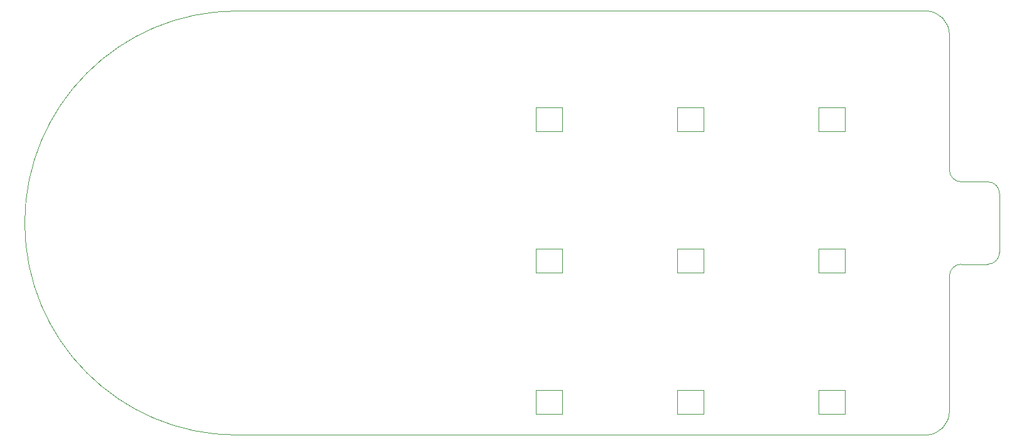
<source format=gm1>
G04 #@! TF.GenerationSoftware,KiCad,Pcbnew,7.0.1*
G04 #@! TF.CreationDate,2023-04-28T03:37:43-07:00*
G04 #@! TF.ProjectId,jam-pad,6a616d2d-7061-4642-9e6b-696361645f70,rev?*
G04 #@! TF.SameCoordinates,Original*
G04 #@! TF.FileFunction,Profile,NP*
%FSLAX46Y46*%
G04 Gerber Fmt 4.6, Leading zero omitted, Abs format (unit mm)*
G04 Created by KiCad (PCBNEW 7.0.1) date 2023-04-28 03:37:43*
%MOMM*%
%LPD*%
G01*
G04 APERTURE LIST*
G04 #@! TA.AperFunction,Profile*
%ADD10C,0.100000*%
G04 #@! TD*
G04 #@! TA.AperFunction,Profile*
%ADD11C,0.120000*%
G04 #@! TD*
G04 APERTURE END LIST*
D10*
X156368750Y-28575000D02*
X156368750Y-46831250D01*
X161528125Y-59531250D02*
X157956267Y-59531250D01*
X60325000Y-25400000D02*
G75*
G03*
X60325000Y-82550000I0J-28575000D01*
G01*
X156368750Y-46831250D02*
G75*
G03*
X157956267Y-48418750I1587550J50D01*
G01*
X156368700Y-28575000D02*
G75*
G03*
X153193750Y-25400000I-3175000J0D01*
G01*
X156368750Y-61118750D02*
X156368750Y-79375000D01*
X157956250Y-59531250D02*
G75*
G03*
X156368750Y-61118750I50J-1587550D01*
G01*
X157956267Y-48418750D02*
X161528325Y-48418750D01*
X163115625Y-50006250D02*
X163115625Y-57943750D01*
X163115850Y-50006250D02*
G75*
G03*
X161528325Y-48418750I-1587750J-250D01*
G01*
X161528125Y-59531225D02*
G75*
G03*
X163115625Y-57943750I-25J1587525D01*
G01*
X60325000Y-25400000D02*
X153193750Y-25400000D01*
X153193750Y-82550000D02*
X60325000Y-82550000D01*
X153193750Y-82550050D02*
G75*
G03*
X156368750Y-79375000I-50J3175050D01*
G01*
D11*
G04 #@! TO.C,SW4*
X104193750Y-57455000D02*
X100593750Y-57455000D01*
X100593750Y-57455000D02*
X100593750Y-60655000D01*
X100593750Y-60655000D02*
X104193750Y-60655000D01*
X104193750Y-60655000D02*
X104193750Y-57455000D01*
G04 #@! TO.C,SW9*
X142293750Y-76505000D02*
X138693750Y-76505000D01*
X138693750Y-76505000D02*
X138693750Y-79705000D01*
X138693750Y-79705000D02*
X142293750Y-79705000D01*
X142293750Y-79705000D02*
X142293750Y-76505000D01*
G04 #@! TO.C,SW5*
X123243750Y-57455000D02*
X119643750Y-57455000D01*
X119643750Y-57455000D02*
X119643750Y-60655000D01*
X119643750Y-60655000D02*
X123243750Y-60655000D01*
X123243750Y-60655000D02*
X123243750Y-57455000D01*
G04 #@! TO.C,SW7*
X104193750Y-76505000D02*
X100593750Y-76505000D01*
X100593750Y-76505000D02*
X100593750Y-79705000D01*
X100593750Y-79705000D02*
X104193750Y-79705000D01*
X104193750Y-79705000D02*
X104193750Y-76505000D01*
G04 #@! TO.C,SW8*
X123243750Y-76505000D02*
X119643750Y-76505000D01*
X119643750Y-76505000D02*
X119643750Y-79705000D01*
X119643750Y-79705000D02*
X123243750Y-79705000D01*
X123243750Y-79705000D02*
X123243750Y-76505000D01*
G04 #@! TO.C,SW6*
X142293750Y-57455000D02*
X138693750Y-57455000D01*
X138693750Y-57455000D02*
X138693750Y-60655000D01*
X138693750Y-60655000D02*
X142293750Y-60655000D01*
X142293750Y-60655000D02*
X142293750Y-57455000D01*
G04 #@! TO.C,SW1*
X104193750Y-38405000D02*
X100593750Y-38405000D01*
X100593750Y-38405000D02*
X100593750Y-41605000D01*
X100593750Y-41605000D02*
X104193750Y-41605000D01*
X104193750Y-41605000D02*
X104193750Y-38405000D01*
G04 #@! TO.C,SW2*
X123243750Y-38405000D02*
X119643750Y-38405000D01*
X119643750Y-38405000D02*
X119643750Y-41605000D01*
X119643750Y-41605000D02*
X123243750Y-41605000D01*
X123243750Y-41605000D02*
X123243750Y-38405000D01*
G04 #@! TO.C,SW3*
X142293750Y-38405000D02*
X138693750Y-38405000D01*
X138693750Y-38405000D02*
X138693750Y-41605000D01*
X138693750Y-41605000D02*
X142293750Y-41605000D01*
X142293750Y-41605000D02*
X142293750Y-38405000D01*
G04 #@! TD*
M02*

</source>
